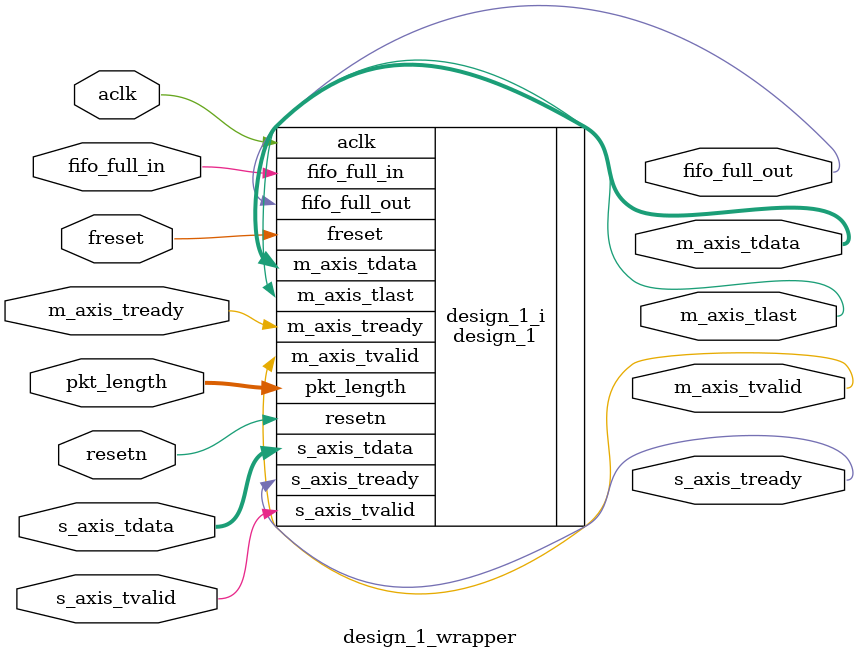
<source format=v>
`timescale 1 ps / 1 ps

module design_1_wrapper
   (aclk,
    fifo_full_in,
    fifo_full_out,
    freset,
    m_axis_tdata,
    m_axis_tlast,
    m_axis_tready,
    m_axis_tvalid,
    pkt_length,
    resetn,
    s_axis_tdata,
    s_axis_tready,
    s_axis_tvalid);
  input aclk;
  input fifo_full_in;
  output fifo_full_out;
  input freset;
  output [31:0]m_axis_tdata;
  output m_axis_tlast;
  input m_axis_tready;
  output m_axis_tvalid;
  input [19:0]pkt_length;
  input resetn;
  input [15:0]s_axis_tdata;
  output s_axis_tready;
  input s_axis_tvalid;

  wire aclk;
  wire fifo_full_in;
  wire fifo_full_out;
  wire freset;
  wire [31:0]m_axis_tdata;
  wire m_axis_tlast;
  wire m_axis_tready;
  wire m_axis_tvalid;
  wire [19:0]pkt_length;
  wire resetn;
  wire [15:0]s_axis_tdata;
  wire s_axis_tready;
  wire s_axis_tvalid;

  design_1 design_1_i
       (.aclk(aclk),
        .fifo_full_in(fifo_full_in),
        .fifo_full_out(fifo_full_out),
        .freset(freset),
        .m_axis_tdata(m_axis_tdata),
        .m_axis_tlast(m_axis_tlast),
        .m_axis_tready(m_axis_tready),
        .m_axis_tvalid(m_axis_tvalid),
        .pkt_length(pkt_length),
        .resetn(resetn),
        .s_axis_tdata(s_axis_tdata),
        .s_axis_tready(s_axis_tready),
        .s_axis_tvalid(s_axis_tvalid));
endmodule

</source>
